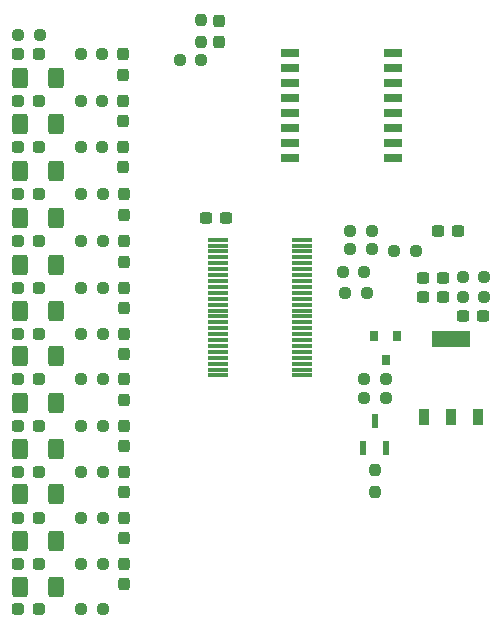
<source format=gtp>
%TF.GenerationSoftware,KiCad,Pcbnew,(6.0.11)*%
%TF.CreationDate,2023-05-09T17:47:33+10:00*%
%TF.ProjectId,LVBMS_A_Sample_R2,4c56424d-535f-4415-9f53-616d706c655f,1*%
%TF.SameCoordinates,Original*%
%TF.FileFunction,Paste,Top*%
%TF.FilePolarity,Positive*%
%FSLAX46Y46*%
G04 Gerber Fmt 4.6, Leading zero omitted, Abs format (unit mm)*
G04 Created by KiCad (PCBNEW (6.0.11)) date 2023-05-09 17:47:33*
%MOMM*%
%LPD*%
G01*
G04 APERTURE LIST*
G04 Aperture macros list*
%AMRoundRect*
0 Rectangle with rounded corners*
0 $1 Rounding radius*
0 $2 $3 $4 $5 $6 $7 $8 $9 X,Y pos of 4 corners*
0 Add a 4 corners polygon primitive as box body*
4,1,4,$2,$3,$4,$5,$6,$7,$8,$9,$2,$3,0*
0 Add four circle primitives for the rounded corners*
1,1,$1+$1,$2,$3*
1,1,$1+$1,$4,$5*
1,1,$1+$1,$6,$7*
1,1,$1+$1,$8,$9*
0 Add four rect primitives between the rounded corners*
20,1,$1+$1,$2,$3,$4,$5,0*
20,1,$1+$1,$4,$5,$6,$7,0*
20,1,$1+$1,$6,$7,$8,$9,0*
20,1,$1+$1,$8,$9,$2,$3,0*%
G04 Aperture macros list end*
%ADD10RoundRect,0.250000X-0.400000X-0.625000X0.400000X-0.625000X0.400000X0.625000X-0.400000X0.625000X0*%
%ADD11RoundRect,0.237500X0.250000X0.237500X-0.250000X0.237500X-0.250000X-0.237500X0.250000X-0.237500X0*%
%ADD12RoundRect,0.237500X-0.250000X-0.237500X0.250000X-0.237500X0.250000X0.237500X-0.250000X0.237500X0*%
%ADD13RoundRect,0.237500X0.300000X0.237500X-0.300000X0.237500X-0.300000X-0.237500X0.300000X-0.237500X0*%
%ADD14RoundRect,0.237500X0.237500X-0.300000X0.237500X0.300000X-0.237500X0.300000X-0.237500X-0.300000X0*%
%ADD15RoundRect,0.237500X-0.300000X-0.237500X0.300000X-0.237500X0.300000X0.237500X-0.300000X0.237500X0*%
%ADD16R,1.800000X0.300000*%
%ADD17RoundRect,0.237500X-0.287500X-0.237500X0.287500X-0.237500X0.287500X0.237500X-0.287500X0.237500X0*%
%ADD18RoundRect,0.237500X0.237500X-0.250000X0.237500X0.250000X-0.237500X0.250000X-0.237500X-0.250000X0*%
%ADD19R,0.950000X1.450000*%
%ADD20R,3.200000X1.450000*%
%ADD21R,0.600000X1.150000*%
%ADD22R,1.595000X0.800000*%
%ADD23R,0.800000X0.900000*%
G04 APERTURE END LIST*
D10*
%TO.C,R47*%
X132384500Y-114528600D03*
X135484500Y-114528600D03*
%TD*%
D11*
%TO.C,R10*%
X134084200Y-67843400D03*
X132259200Y-67843400D03*
%TD*%
D12*
%TO.C,R4*%
X160377500Y-84404200D03*
X162202500Y-84404200D03*
%TD*%
D13*
%TO.C,C5*%
X149884300Y-83312000D03*
X148159300Y-83312000D03*
%TD*%
D10*
%TO.C,R36*%
X132384200Y-71450200D03*
X135484200Y-71450200D03*
%TD*%
D14*
%TO.C,C15*%
X141180200Y-106525400D03*
X141180200Y-104800400D03*
%TD*%
D15*
%TO.C,C20*%
X167768100Y-84404200D03*
X169493100Y-84404200D03*
%TD*%
D16*
%TO.C,U1*%
X149212200Y-85155600D03*
X149212200Y-85655600D03*
X149212200Y-86155600D03*
X149212200Y-86655600D03*
X149212200Y-87155600D03*
X149212200Y-87655600D03*
X149212200Y-88155600D03*
X149212200Y-88655600D03*
X149212200Y-89155600D03*
X149212200Y-89655600D03*
X149212200Y-90155600D03*
X149212200Y-90655600D03*
X149212200Y-91155600D03*
X149212200Y-91655600D03*
X149212200Y-92155600D03*
X149212200Y-92655600D03*
X149212200Y-93155600D03*
X149212200Y-93655600D03*
X149212200Y-94155600D03*
X149212200Y-94655600D03*
X149212200Y-95155600D03*
X149212200Y-95655600D03*
X149212200Y-96155600D03*
X149212200Y-96655600D03*
X156312200Y-96655600D03*
X156312200Y-96155600D03*
X156312200Y-95655600D03*
X156312200Y-95155600D03*
X156312200Y-94655600D03*
X156312200Y-94155600D03*
X156312200Y-93655600D03*
X156312200Y-93155600D03*
X156312200Y-92655600D03*
X156312200Y-92155600D03*
X156312200Y-91655600D03*
X156312200Y-91155600D03*
X156312200Y-90655600D03*
X156312200Y-90155600D03*
X156312200Y-89655600D03*
X156312200Y-89155600D03*
X156312200Y-88655600D03*
X156312200Y-88155600D03*
X156312200Y-87655600D03*
X156312200Y-87155600D03*
X156312200Y-86655600D03*
X156312200Y-86155600D03*
X156312200Y-85655600D03*
X156312200Y-85155600D03*
%TD*%
D11*
%TO.C,R21*%
X139400300Y-89255600D03*
X137575300Y-89255600D03*
%TD*%
D12*
%TO.C,R6*%
X159742500Y-87934800D03*
X161567500Y-87934800D03*
%TD*%
D11*
%TO.C,R13*%
X139393300Y-73406000D03*
X137568300Y-73406000D03*
%TD*%
D17*
%TO.C,F8*%
X132259500Y-96977200D03*
X134009500Y-96977200D03*
%TD*%
D11*
%TO.C,R32*%
X139400300Y-104800400D03*
X137575300Y-104800400D03*
%TD*%
D14*
%TO.C,C11*%
X141180200Y-90980600D03*
X141180200Y-89255600D03*
%TD*%
D18*
%TO.C,R2*%
X162433000Y-106500300D03*
X162433000Y-104675300D03*
%TD*%
D17*
%TO.C,F2*%
X132259200Y-73406000D03*
X134009200Y-73406000D03*
%TD*%
D12*
%TO.C,R49*%
X169904700Y-88354200D03*
X171729700Y-88354200D03*
%TD*%
D11*
%TO.C,R35*%
X139400300Y-116459000D03*
X137575300Y-116459000D03*
%TD*%
D10*
%TO.C,R39*%
X132384200Y-83286600D03*
X135484200Y-83286600D03*
%TD*%
D17*
%TO.C,F5*%
X132259200Y-85293200D03*
X134009200Y-85293200D03*
%TD*%
D10*
%TO.C,R42*%
X132384500Y-95046800D03*
X135484500Y-95046800D03*
%TD*%
D11*
%TO.C,R5*%
X162202500Y-85953600D03*
X160377500Y-85953600D03*
%TD*%
D14*
%TO.C,C19*%
X149301200Y-68401100D03*
X149301200Y-66676100D03*
%TD*%
D11*
%TO.C,R17*%
X139409100Y-81305400D03*
X137584100Y-81305400D03*
%TD*%
%TO.C,R34*%
X139400300Y-112598200D03*
X137575300Y-112598200D03*
%TD*%
D17*
%TO.C,F7*%
X132259200Y-93116400D03*
X134009200Y-93116400D03*
%TD*%
%TO.C,F12*%
X132259500Y-112598200D03*
X134009500Y-112598200D03*
%TD*%
D15*
%TO.C,C4*%
X166499200Y-88366600D03*
X168224200Y-88366600D03*
%TD*%
D14*
%TO.C,C16*%
X141180200Y-110411600D03*
X141180200Y-108686600D03*
%TD*%
D17*
%TO.C,F13*%
X132259500Y-116459000D03*
X134009500Y-116459000D03*
%TD*%
D19*
%TO.C,Q2*%
X166596000Y-100201000D03*
X168896000Y-100201000D03*
X171196000Y-100201000D03*
D20*
X168896000Y-93601000D03*
%TD*%
D11*
%TO.C,R52*%
X163370900Y-98526600D03*
X161545900Y-98526600D03*
%TD*%
D17*
%TO.C,F3*%
X132259800Y-77317600D03*
X134009800Y-77317600D03*
%TD*%
%TO.C,F9*%
X132259500Y-100914200D03*
X134009500Y-100914200D03*
%TD*%
D14*
%TO.C,C9*%
X141189000Y-83030400D03*
X141189000Y-81305400D03*
%TD*%
D11*
%TO.C,R29*%
X139400300Y-93116400D03*
X137575300Y-93116400D03*
%TD*%
D12*
%TO.C,R48*%
X169904700Y-90030600D03*
X171729700Y-90030600D03*
%TD*%
D21*
%TO.C,Q1*%
X161483000Y-102775400D03*
X163383000Y-102775400D03*
X162433000Y-100475400D03*
%TD*%
D11*
%TO.C,R31*%
X139400300Y-100914200D03*
X137575300Y-100914200D03*
%TD*%
D10*
%TO.C,R44*%
X132384500Y-102870000D03*
X135484500Y-102870000D03*
%TD*%
%TO.C,R43*%
X132384500Y-98958400D03*
X135484500Y-98958400D03*
%TD*%
D22*
%TO.C,T1*%
X163965600Y-78206600D03*
X163965600Y-76936600D03*
X163965600Y-75666600D03*
X163965600Y-74396600D03*
X163965600Y-73126600D03*
X163965600Y-71856600D03*
X163965600Y-70586600D03*
X163965600Y-69316600D03*
X155261600Y-69316600D03*
X155261600Y-70586600D03*
X155261600Y-71856600D03*
X155261600Y-73126600D03*
X155261600Y-74396600D03*
X155261600Y-75666600D03*
X155261600Y-76936600D03*
X155261600Y-78206600D03*
%TD*%
D18*
%TO.C,R3*%
X147751800Y-68401100D03*
X147751800Y-66576100D03*
%TD*%
D14*
%TO.C,C6*%
X141173200Y-71195100D03*
X141173200Y-69470100D03*
%TD*%
D17*
%TO.C,F4*%
X132259800Y-81305400D03*
X134009800Y-81305400D03*
%TD*%
D10*
%TO.C,R38*%
X132384800Y-79324200D03*
X135484800Y-79324200D03*
%TD*%
D14*
%TO.C,C17*%
X141180200Y-114323200D03*
X141180200Y-112598200D03*
%TD*%
D17*
%TO.C,F11*%
X132259500Y-108686600D03*
X134009500Y-108686600D03*
%TD*%
D10*
%TO.C,R40*%
X132384200Y-87274400D03*
X135484200Y-87274400D03*
%TD*%
D14*
%TO.C,C14*%
X141180200Y-102639200D03*
X141180200Y-100914200D03*
%TD*%
D17*
%TO.C,F1*%
X132259200Y-69458800D03*
X134009200Y-69458800D03*
%TD*%
D12*
%TO.C,R53*%
X161545900Y-96951800D03*
X163370900Y-96951800D03*
%TD*%
D11*
%TO.C,R15*%
X139395100Y-77317600D03*
X137570100Y-77317600D03*
%TD*%
%TO.C,R33*%
X139400300Y-108686600D03*
X137575300Y-108686600D03*
%TD*%
D23*
%TO.C,Q15*%
X164322800Y-93335600D03*
X162422800Y-93335600D03*
X163372800Y-95335600D03*
%TD*%
D14*
%TO.C,C7*%
X141173200Y-75131000D03*
X141173200Y-73406000D03*
%TD*%
D10*
%TO.C,R46*%
X132384500Y-110642400D03*
X135484500Y-110642400D03*
%TD*%
D17*
%TO.C,F10*%
X132259500Y-104800400D03*
X134009500Y-104800400D03*
%TD*%
D11*
%TO.C,R11*%
X139393300Y-69458800D03*
X137568300Y-69458800D03*
%TD*%
D15*
%TO.C,C2*%
X169904700Y-91605400D03*
X171629700Y-91605400D03*
%TD*%
D14*
%TO.C,C10*%
X141198600Y-87018200D03*
X141198600Y-85293200D03*
%TD*%
D10*
%TO.C,R41*%
X132384200Y-91186000D03*
X135484200Y-91186000D03*
%TD*%
D11*
%TO.C,R7*%
X161770700Y-89655600D03*
X159945700Y-89655600D03*
%TD*%
D15*
%TO.C,C3*%
X166500300Y-90030600D03*
X168225300Y-90030600D03*
%TD*%
D12*
%TO.C,R1*%
X145926800Y-69977000D03*
X147751800Y-69977000D03*
%TD*%
D17*
%TO.C,F6*%
X132259200Y-89255600D03*
X134009200Y-89255600D03*
%TD*%
D12*
%TO.C,R8*%
X164109400Y-86155600D03*
X165934400Y-86155600D03*
%TD*%
D11*
%TO.C,R19*%
X139418700Y-85293200D03*
X137593700Y-85293200D03*
%TD*%
D14*
%TO.C,C8*%
X141175000Y-79042600D03*
X141175000Y-77317600D03*
%TD*%
%TO.C,C12*%
X141180200Y-94841400D03*
X141180200Y-93116400D03*
%TD*%
D10*
%TO.C,R45*%
X132384500Y-106730800D03*
X135484500Y-106730800D03*
%TD*%
D11*
%TO.C,R30*%
X139400300Y-96977200D03*
X137575300Y-96977200D03*
%TD*%
D10*
%TO.C,R37*%
X132384800Y-75361800D03*
X135484800Y-75361800D03*
%TD*%
D14*
%TO.C,C13*%
X141180200Y-98702200D03*
X141180200Y-96977200D03*
%TD*%
M02*

</source>
